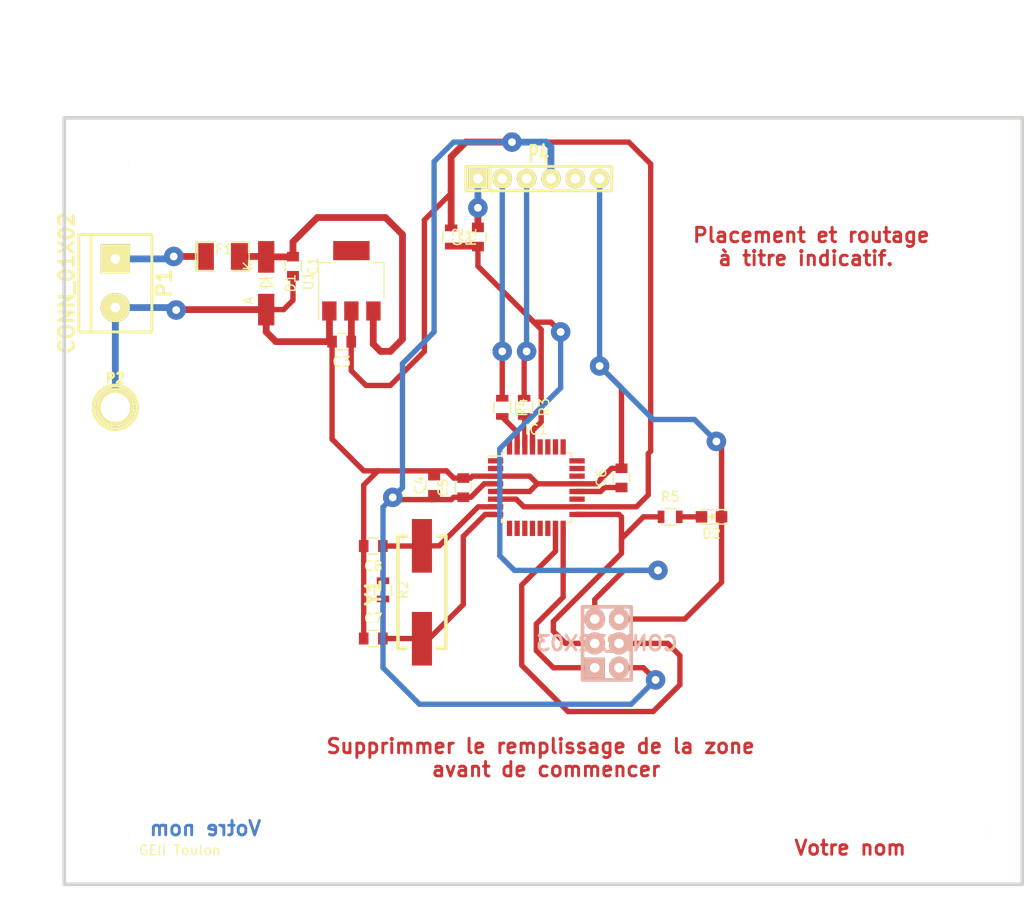
<source format=kicad_pcb>
(kicad_pcb (version 4) (host pcbnew 4.0.6)

  (general
    (links 49)
    (no_connects 0)
    (area 0 0 0 0)
    (thickness 1.6)
    (drawings 18)
    (tracks 202)
    (zones 0)
    (modules 24)
    (nets 36)
  )

  (page A4)
  (layers
    (0 F.Cu signal)
    (31 B.Cu signal)
    (32 B.Adhes user)
    (33 F.Adhes user)
    (34 B.Paste user)
    (35 F.Paste user)
    (36 B.SilkS user)
    (37 F.SilkS user)
    (38 B.Mask user)
    (39 F.Mask user)
    (40 Dwgs.User user)
    (41 Cmts.User user)
    (42 Eco1.User user)
    (43 Eco2.User user)
    (44 Edge.Cuts user)
    (45 Margin user)
    (46 B.CrtYd user)
    (47 F.CrtYd user)
    (48 B.Fab user)
    (49 F.Fab user)
  )

  (setup
    (last_trace_width 0.7112)
    (user_trace_width 0.5588)
    (trace_clearance 0.2032)
    (zone_clearance 1.016)
    (zone_45_only yes)
    (trace_min 0.2)
    (segment_width 0.2)
    (edge_width 0.15)
    (via_size 2.032)
    (via_drill 0.8128)
    (via_min_size 0.4)
    (via_min_drill 0.3)
    (uvia_size 0.3)
    (uvia_drill 0.1)
    (uvias_allowed no)
    (uvia_min_size 0)
    (uvia_min_drill 0)
    (pcb_text_width 0.3)
    (pcb_text_size 1.5 1.5)
    (mod_edge_width 0.15)
    (mod_text_size 1 1)
    (mod_text_width 0.15)
    (pad_size 1.524 1.524)
    (pad_drill 0.762)
    (pad_to_mask_clearance 0.2)
    (aux_axis_origin 0 0)
    (visible_elements 7FFFFFFF)
    (pcbplotparams
      (layerselection 0x00030_ffffffff)
      (usegerberextensions false)
      (excludeedgelayer true)
      (linewidth 0.100000)
      (plotframeref false)
      (viasonmask false)
      (mode 1)
      (useauxorigin false)
      (hpglpennumber 1)
      (hpglpenspeed 20)
      (hpglpendiameter 15)
      (hpglpenoverlay 2)
      (psnegative false)
      (psa4output false)
      (plotreference true)
      (plotvalue true)
      (plotinvisibletext false)
      (padsonsilk false)
      (subtractmaskfromsilk false)
      (outputformat 2)
      (mirror false)
      (drillshape 0)
      (scaleselection 1)
      (outputdirectory ""))
  )

  (net 0 "")
  (net 1 /MISO)
  (net 2 VCC)
  (net 3 /CLK)
  (net 4 /MOSI)
  (net 5 //RESET)
  (net 6 GND)
  (net 7 /Pwr)
  (net 8 "Net-(F1-Pad1)")
  (net 9 "Net-(D2-Pad2)")
  (net 10 /Tx)
  (net 11 "Net-(IC1-Pad31)")
  (net 12 /Rx)
  (net 13 "Net-(IC1-Pad30)")
  (net 14 /OSC1)
  (net 15 /OSC2)
  (net 16 /DTR)
  (net 17 "Net-(P4-Pad5)")
  (net 18 "Net-(IC1-Pad1)")
  (net 19 "Net-(IC1-Pad2)")
  (net 20 "Net-(IC1-Pad9)")
  (net 21 "Net-(IC1-Pad10)")
  (net 22 "Net-(IC1-Pad11)")
  (net 23 "Net-(IC1-Pad12)")
  (net 24 "Net-(IC1-Pad13)")
  (net 25 "Net-(IC1-Pad14)")
  (net 26 "Net-(IC1-Pad19)")
  (net 27 "Net-(C6-Pad1)")
  (net 28 "Net-(IC1-Pad22)")
  (net 29 "Net-(IC1-Pad23)")
  (net 30 "Net-(IC1-Pad24)")
  (net 31 "Net-(IC1-Pad25)")
  (net 32 "Net-(IC1-Pad26)")
  (net 33 "Net-(IC1-Pad27)")
  (net 34 "Net-(IC1-Pad28)")
  (net 35 "Net-(IC1-Pad32)")

  (net_class Default "This is the default net class."
    (clearance 0.2032)
    (trace_width 0.7112)
    (via_dia 2.032)
    (via_drill 0.8128)
    (uvia_dia 0.3)
    (uvia_drill 0.1)
    (add_net //RESET)
    (add_net /CLK)
    (add_net /DTR)
    (add_net /MISO)
    (add_net /MOSI)
    (add_net /OSC1)
    (add_net /OSC2)
    (add_net /Pwr)
    (add_net /Rx)
    (add_net /Tx)
    (add_net GND)
    (add_net "Net-(C6-Pad1)")
    (add_net "Net-(D2-Pad2)")
    (add_net "Net-(F1-Pad1)")
    (add_net "Net-(IC1-Pad1)")
    (add_net "Net-(IC1-Pad10)")
    (add_net "Net-(IC1-Pad11)")
    (add_net "Net-(IC1-Pad12)")
    (add_net "Net-(IC1-Pad13)")
    (add_net "Net-(IC1-Pad14)")
    (add_net "Net-(IC1-Pad19)")
    (add_net "Net-(IC1-Pad2)")
    (add_net "Net-(IC1-Pad22)")
    (add_net "Net-(IC1-Pad23)")
    (add_net "Net-(IC1-Pad24)")
    (add_net "Net-(IC1-Pad25)")
    (add_net "Net-(IC1-Pad26)")
    (add_net "Net-(IC1-Pad27)")
    (add_net "Net-(IC1-Pad28)")
    (add_net "Net-(IC1-Pad30)")
    (add_net "Net-(IC1-Pad31)")
    (add_net "Net-(IC1-Pad32)")
    (add_net "Net-(IC1-Pad9)")
    (add_net "Net-(P4-Pad5)")
    (add_net VCC)
  )

  (net_class small ""
    (clearance 0.254)
    (trace_width 0.5588)
    (via_dia 2.032)
    (via_drill 0.8128)
    (uvia_dia 0.3)
    (uvia_drill 0.1)
  )

  (module EuroBoard_Outline:EuroBoard_halb_Type-I_100mmX80mm_holes (layer F.Cu) (tedit 57377F53) (tstamp 5737557F)
    (at 106.426 136.144)
    (descr "Outline, Eurocard 1/2, Type I, 100x80mm, with holes 3,5mm")
    (tags "Outline, Eurocard 1/2, Type I, 100x80mm, with holes 3,5mm")
    (fp_text reference "GEII Toulon " (at 12.446 -3.556) (layer F.SilkS)
      (effects (font (size 1 1) (thickness 0.15)))
    )
    (fp_text value EuroBoard_halb_Type-I_100mmX80mm_holes (at 53.34 3.302) (layer F.Fab)
      (effects (font (size 1 1) (thickness 0.15)))
    )
    (fp_line (start 0 0) (end 0 -79.99984) (layer Edge.Cuts) (width 0.381))
    (fp_line (start 0 -79.99984) (end 99.9998 -79.99984) (layer Edge.Cuts) (width 0.381))
    (fp_line (start 99.9998 -79.99984) (end 99.9998 0) (layer Edge.Cuts) (width 0.381))
    (fp_line (start 99.9998 0) (end 0 0) (layer Edge.Cuts) (width 0.381))
    (pad "" np_thru_hole circle (at 5.00126 -5.00126) (size 3.50012 3.50012) (drill 3.50012) (layers *.Cu *.Mask F.SilkS))
    (pad "" np_thru_hole circle (at 5.00126 -75.00112) (size 3.50012 3.50012) (drill 3.50012) (layers *.Cu *.Mask F.SilkS))
    (pad "" np_thru_hole circle (at 95.00108 -75.00112) (size 3.50012 3.50012) (drill 3.50012) (layers *.Cu *.Mask F.SilkS))
    (pad "" np_thru_hole circle (at 95.00108 -5.00126) (size 3.50012 3.50012) (drill 3.50012) (layers *.Cu *.Mask F.SilkS))
  )

  (module SMD_Packages:SMD-1210_Pol (layer F.Cu) (tedit 0) (tstamp 573752DF)
    (at 122.936 70.612)
    (tags "CMS SM")
    (path /58E4AE37)
    (attr smd)
    (fp_text reference F1 (at 0.127 -0.762) (layer F.SilkS)
      (effects (font (size 1 1) (thickness 0.15)))
    )
    (fp_text value "It=160mA nanoASMDC016F" (at 0 0.762) (layer F.Fab)
      (effects (font (size 1 1) (thickness 0.15)))
    )
    (fp_line (start -2.794 -1.524) (end -2.794 1.524) (layer F.SilkS) (width 0.15))
    (fp_line (start 0.889 1.524) (end 2.794 1.524) (layer F.SilkS) (width 0.15))
    (fp_line (start 2.794 1.524) (end 2.794 -1.524) (layer F.SilkS) (width 0.15))
    (fp_line (start 2.794 -1.524) (end 0.889 -1.524) (layer F.SilkS) (width 0.15))
    (fp_line (start -0.762 -1.524) (end -2.794 -1.524) (layer F.SilkS) (width 0.15))
    (fp_line (start -2.594 -1.524) (end -2.594 1.524) (layer F.SilkS) (width 0.15))
    (fp_line (start -2.794 1.524) (end -0.762 1.524) (layer F.SilkS) (width 0.15))
    (pad 1 smd rect (at -1.778 0) (size 1.778 2.794) (layers F.Cu F.Paste F.Mask)
      (net 8 "Net-(F1-Pad1)"))
    (pad 2 smd rect (at 1.778 0) (size 1.778 2.794) (layers F.Cu F.Paste F.Mask)
      (net 7 /Pwr))
    (model SMD_Packages.3dshapes/SMD-1210_Pol.wrl
      (at (xyz 0 0 0))
      (scale (xyz 0.2 0.2 0.2))
      (rotate (xyz 0 0 0))
    )
  )

  (module Resistors_SMD:R_0805 (layer F.Cu) (tedit 5415CDEB) (tstamp 573752EF)
    (at 169.672 97.79)
    (descr "Resistor SMD 0805, reflow soldering, Vishay (see dcrcw.pdf)")
    (tags "resistor 0805")
    (path /57372CD8)
    (attr smd)
    (fp_text reference R5 (at 0 -2.1) (layer F.SilkS)
      (effects (font (size 1 1) (thickness 0.15)))
    )
    (fp_text value R (at 0 2.1) (layer F.Fab)
      (effects (font (size 1 1) (thickness 0.15)))
    )
    (fp_line (start -1.6 -1) (end 1.6 -1) (layer F.CrtYd) (width 0.05))
    (fp_line (start -1.6 1) (end 1.6 1) (layer F.CrtYd) (width 0.05))
    (fp_line (start -1.6 -1) (end -1.6 1) (layer F.CrtYd) (width 0.05))
    (fp_line (start 1.6 -1) (end 1.6 1) (layer F.CrtYd) (width 0.05))
    (fp_line (start 0.6 0.875) (end -0.6 0.875) (layer F.SilkS) (width 0.15))
    (fp_line (start -0.6 -0.875) (end 0.6 -0.875) (layer F.SilkS) (width 0.15))
    (pad 1 smd rect (at -0.95 0) (size 0.7 1.3) (layers F.Cu F.Paste F.Mask)
      (net 3 /CLK))
    (pad 2 smd rect (at 0.95 0) (size 0.7 1.3) (layers F.Cu F.Paste F.Mask)
      (net 9 "Net-(D2-Pad2)"))
    (model Resistors_SMD.3dshapes/R_0805.wrl
      (at (xyz 0 0 0))
      (scale (xyz 1 1 1))
      (rotate (xyz 0 0 0))
    )
  )

  (module Resistors_SMD:R_0805 (layer F.Cu) (tedit 5415CDEB) (tstamp 573752FF)
    (at 152.146 86.36 270)
    (descr "Resistor SMD 0805, reflow soldering, Vishay (see dcrcw.pdf)")
    (tags "resistor 0805")
    (path /57370F19)
    (attr smd)
    (fp_text reference R4 (at 0 -2.1 270) (layer F.SilkS)
      (effects (font (size 1 1) (thickness 0.15)))
    )
    (fp_text value 1k (at 0 2.1 270) (layer F.Fab)
      (effects (font (size 1 1) (thickness 0.15)))
    )
    (fp_line (start -1.6 -1) (end 1.6 -1) (layer F.CrtYd) (width 0.05))
    (fp_line (start -1.6 1) (end 1.6 1) (layer F.CrtYd) (width 0.05))
    (fp_line (start -1.6 -1) (end -1.6 1) (layer F.CrtYd) (width 0.05))
    (fp_line (start 1.6 -1) (end 1.6 1) (layer F.CrtYd) (width 0.05))
    (fp_line (start 0.6 0.875) (end -0.6 0.875) (layer F.SilkS) (width 0.15))
    (fp_line (start -0.6 -0.875) (end 0.6 -0.875) (layer F.SilkS) (width 0.15))
    (pad 1 smd rect (at -0.95 0 270) (size 0.7 1.3) (layers F.Cu F.Paste F.Mask)
      (net 10 /Tx))
    (pad 2 smd rect (at 0.95 0 270) (size 0.7 1.3) (layers F.Cu F.Paste F.Mask)
      (net 11 "Net-(IC1-Pad31)"))
    (model Resistors_SMD.3dshapes/R_0805.wrl
      (at (xyz 0 0 0))
      (scale (xyz 1 1 1))
      (rotate (xyz 0 0 0))
    )
  )

  (module Resistors_SMD:R_0805 (layer F.Cu) (tedit 5415CDEB) (tstamp 5737530F)
    (at 154.432 86.36 270)
    (descr "Resistor SMD 0805, reflow soldering, Vishay (see dcrcw.pdf)")
    (tags "resistor 0805")
    (path /57370BBD)
    (attr smd)
    (fp_text reference R3 (at 0 -2.1 270) (layer F.SilkS)
      (effects (font (size 1 1) (thickness 0.15)))
    )
    (fp_text value 1k (at 0 2.1 270) (layer F.Fab)
      (effects (font (size 1 1) (thickness 0.15)))
    )
    (fp_line (start -1.6 -1) (end 1.6 -1) (layer F.CrtYd) (width 0.05))
    (fp_line (start -1.6 1) (end 1.6 1) (layer F.CrtYd) (width 0.05))
    (fp_line (start -1.6 -1) (end -1.6 1) (layer F.CrtYd) (width 0.05))
    (fp_line (start 1.6 -1) (end 1.6 1) (layer F.CrtYd) (width 0.05))
    (fp_line (start 0.6 0.875) (end -0.6 0.875) (layer F.SilkS) (width 0.15))
    (fp_line (start -0.6 -0.875) (end 0.6 -0.875) (layer F.SilkS) (width 0.15))
    (pad 1 smd rect (at -0.95 0 270) (size 0.7 1.3) (layers F.Cu F.Paste F.Mask)
      (net 12 /Rx))
    (pad 2 smd rect (at 0.95 0 270) (size 0.7 1.3) (layers F.Cu F.Paste F.Mask)
      (net 13 "Net-(IC1-Pad30)"))
    (model Resistors_SMD.3dshapes/R_0805.wrl
      (at (xyz 0 0 0))
      (scale (xyz 1 1 1))
      (rotate (xyz 0 0 0))
    )
  )

  (module Resistors_SMD:R_0805 (layer F.Cu) (tedit 5415CDEB) (tstamp 5737531F)
    (at 139.7 105.41 270)
    (descr "Resistor SMD 0805, reflow soldering, Vishay (see dcrcw.pdf)")
    (tags "resistor 0805")
    (path /5736FE95)
    (attr smd)
    (fp_text reference R2 (at 0 -2.1 270) (layer F.SilkS)
      (effects (font (size 1 1) (thickness 0.15)))
    )
    (fp_text value 1M (at 0 2.1 270) (layer F.Fab)
      (effects (font (size 1 1) (thickness 0.15)))
    )
    (fp_line (start -1.6 -1) (end 1.6 -1) (layer F.CrtYd) (width 0.05))
    (fp_line (start -1.6 1) (end 1.6 1) (layer F.CrtYd) (width 0.05))
    (fp_line (start -1.6 -1) (end -1.6 1) (layer F.CrtYd) (width 0.05))
    (fp_line (start 1.6 -1) (end 1.6 1) (layer F.CrtYd) (width 0.05))
    (fp_line (start 0.6 0.875) (end -0.6 0.875) (layer F.SilkS) (width 0.15))
    (fp_line (start -0.6 -0.875) (end 0.6 -0.875) (layer F.SilkS) (width 0.15))
    (pad 1 smd rect (at -0.95 0 270) (size 0.7 1.3) (layers F.Cu F.Paste F.Mask)
      (net 14 /OSC1))
    (pad 2 smd rect (at 0.95 0 270) (size 0.7 1.3) (layers F.Cu F.Paste F.Mask)
      (net 15 /OSC2))
    (model Resistors_SMD.3dshapes/R_0805.wrl
      (at (xyz 0 0 0))
      (scale (xyz 1 1 1))
      (rotate (xyz 0 0 0))
    )
  )

  (module Resistors_SMD:R_0805 (layer F.Cu) (tedit 5415CDEB) (tstamp 5737532F)
    (at 146.812 68.58 270)
    (descr "Resistor SMD 0805, reflow soldering, Vishay (see dcrcw.pdf)")
    (tags "resistor 0805")
    (path /5736E43E)
    (attr smd)
    (fp_text reference R1 (at 0 -2.1 270) (layer F.SilkS)
      (effects (font (size 1 1) (thickness 0.15)))
    )
    (fp_text value 1k (at 0 2.1 270) (layer F.Fab)
      (effects (font (size 1 1) (thickness 0.15)))
    )
    (fp_line (start -1.6 -1) (end 1.6 -1) (layer F.CrtYd) (width 0.05))
    (fp_line (start -1.6 1) (end 1.6 1) (layer F.CrtYd) (width 0.05))
    (fp_line (start -1.6 -1) (end -1.6 1) (layer F.CrtYd) (width 0.05))
    (fp_line (start 1.6 -1) (end 1.6 1) (layer F.CrtYd) (width 0.05))
    (fp_line (start 0.6 0.875) (end -0.6 0.875) (layer F.SilkS) (width 0.15))
    (fp_line (start -0.6 -0.875) (end 0.6 -0.875) (layer F.SilkS) (width 0.15))
    (pad 1 smd rect (at -0.95 0 270) (size 0.7 1.3) (layers F.Cu F.Paste F.Mask)
      (net 2 VCC))
    (pad 2 smd rect (at 0.95 0 270) (size 0.7 1.3) (layers F.Cu F.Paste F.Mask)
      (net 5 //RESET))
    (model Resistors_SMD.3dshapes/R_0805.wrl
      (at (xyz 0 0 0))
      (scale (xyz 1 1 1))
      (rotate (xyz 0 0 0))
    )
  )

  (module LEDs:LED_0805 (layer F.Cu) (tedit 55BDE1C2) (tstamp 5737533F)
    (at 173.99 97.79 180)
    (descr "LED 0805 smd package")
    (tags "LED 0805 SMD")
    (path /58E4A842)
    (attr smd)
    (fp_text reference D2 (at 0 -1.75 180) (layer F.SilkS)
      (effects (font (size 1 1) (thickness 0.15)))
    )
    (fp_text value LED (at 0 1.75 180) (layer F.Fab)
      (effects (font (size 1 1) (thickness 0.15)))
    )
    (fp_line (start -1.6 0.75) (end 1.1 0.75) (layer F.SilkS) (width 0.15))
    (fp_line (start -1.6 -0.75) (end 1.1 -0.75) (layer F.SilkS) (width 0.15))
    (fp_line (start -0.1 0.15) (end -0.1 -0.1) (layer F.SilkS) (width 0.15))
    (fp_line (start -0.1 -0.1) (end -0.25 0.05) (layer F.SilkS) (width 0.15))
    (fp_line (start -0.35 -0.35) (end -0.35 0.35) (layer F.SilkS) (width 0.15))
    (fp_line (start 0 0) (end 0.35 0) (layer F.SilkS) (width 0.15))
    (fp_line (start -0.35 0) (end 0 -0.35) (layer F.SilkS) (width 0.15))
    (fp_line (start 0 -0.35) (end 0 0.35) (layer F.SilkS) (width 0.15))
    (fp_line (start 0 0.35) (end -0.35 0) (layer F.SilkS) (width 0.15))
    (fp_line (start 1.9 -0.95) (end 1.9 0.95) (layer F.CrtYd) (width 0.05))
    (fp_line (start 1.9 0.95) (end -1.9 0.95) (layer F.CrtYd) (width 0.05))
    (fp_line (start -1.9 0.95) (end -1.9 -0.95) (layer F.CrtYd) (width 0.05))
    (fp_line (start -1.9 -0.95) (end 1.9 -0.95) (layer F.CrtYd) (width 0.05))
    (pad 2 smd rect (at 1.04902 0) (size 1.19888 1.19888) (layers F.Cu F.Paste F.Mask)
      (net 9 "Net-(D2-Pad2)"))
    (pad 1 smd rect (at -1.04902 0) (size 1.19888 1.19888) (layers F.Cu F.Paste F.Mask)
      (net 6 GND))
    (model LEDs.3dshapes/LED_0805.wrl
      (at (xyz 0 0 0))
      (scale (xyz 1 1 1))
      (rotate (xyz 0 0 0))
    )
  )

  (module IUT-CONNECTIQUE:IUT-bornier2 (layer F.Cu) (tedit 3EC0ED69) (tstamp 5737534F)
    (at 111.76 73.406 270)
    (descr "Bornier d'alimentation 2 pins")
    (tags DEV)
    (path /5736F1DF)
    (fp_text reference P1 (at 0 -5.08 270) (layer F.SilkS)
      (effects (font (thickness 0.3048)))
    )
    (fp_text value CONN_01X02 (at 0 5.08 270) (layer F.SilkS)
      (effects (font (thickness 0.3048)))
    )
    (fp_line (start 5.08 2.54) (end -5.08 2.54) (layer F.SilkS) (width 0.3048))
    (fp_line (start 5.08 3.81) (end 5.08 -3.81) (layer F.SilkS) (width 0.3048))
    (fp_line (start 5.08 -3.81) (end -5.08 -3.81) (layer F.SilkS) (width 0.3048))
    (fp_line (start -5.08 -3.81) (end -5.08 3.81) (layer F.SilkS) (width 0.3048))
    (fp_line (start -5.08 3.81) (end 5.08 3.81) (layer F.SilkS) (width 0.3048))
    (pad 1 thru_hole rect (at -2.54 0 270) (size 3.048 3.048) (drill 1.016) (layers *.Mask B.Cu F.SilkS)
      (net 8 "Net-(F1-Pad1)"))
    (pad 2 thru_hole circle (at 2.54 0 270) (size 3.048 3.048) (drill 1.016) (layers *.Mask B.Cu F.SilkS)
      (net 6 GND))
    (model device/bornier_2.wrl
      (at (xyz 0 0 0))
      (scale (xyz 1 1 1))
      (rotate (xyz 0 0 0))
    )
  )

  (module IUT-CONNECTIQUE:IUT-SIL-6 (layer F.Cu) (tedit 200000) (tstamp 57375363)
    (at 155.956 62.484)
    (descr "Connecteur 6 pins")
    (tags "CONN DEV")
    (path /5736E2BE)
    (fp_text reference P4 (at 0 -2.54) (layer F.SilkS)
      (effects (font (size 1.72974 1.08712) (thickness 0.3048)))
    )
    (fp_text value CONN_01X06 (at 0 -2.54) (layer F.SilkS) hide
      (effects (font (size 1.524 1.016) (thickness 0.3048)))
    )
    (fp_line (start -7.62 1.27) (end -7.62 -1.27) (layer F.SilkS) (width 0.3048))
    (fp_line (start -7.62 -1.27) (end 7.62 -1.27) (layer F.SilkS) (width 0.3048))
    (fp_line (start 7.62 -1.27) (end 7.62 1.27) (layer F.SilkS) (width 0.3048))
    (fp_line (start 7.62 1.27) (end -7.62 1.27) (layer F.SilkS) (width 0.3048))
    (fp_line (start -5.08 1.27) (end -5.08 -1.27) (layer F.SilkS) (width 0.3048))
    (pad 1 thru_hole rect (at -6.35 0) (size 2.032 2.032) (drill 1.00076) (layers *.Mask B.Cu F.SilkS)
      (net 16 /DTR))
    (pad 2 thru_hole circle (at -3.81 0) (size 2.032 2.032) (drill 1.00076) (layers *.Mask B.Cu F.SilkS)
      (net 10 /Tx))
    (pad 3 thru_hole circle (at -1.27 0) (size 2.032 2.032) (drill 1.00076) (layers *.Mask B.Cu F.SilkS)
      (net 12 /Rx))
    (pad 4 thru_hole circle (at 1.27 0) (size 2.032 2.032) (drill 1.00076) (layers *.Mask B.Cu F.SilkS)
      (net 2 VCC))
    (pad 5 thru_hole circle (at 3.81 0) (size 2.032 2.032) (drill 1.00076) (layers *.Mask B.Cu F.SilkS)
      (net 17 "Net-(P4-Pad5)"))
    (pad 6 thru_hole circle (at 6.35 0) (size 2.032 2.032) (drill 1.00076) (layers *.Mask B.Cu F.SilkS)
      (net 6 GND))
  )

  (module Housings_QFP:TQFP-32_7x7mm_Pitch0.8mm (layer F.Cu) (tedit 54130A77) (tstamp 573753A6)
    (at 155.702 94.742)
    (descr "32-Lead Plastic Thin Quad Flatpack (PT) - 7x7x1.0 mm Body, 2.00 mm [TQFP] (see Microchip Packaging Specification 00000049BS.pdf)")
    (tags "QFP 0.8")
    (path /58E4BC1D)
    (attr smd)
    (fp_text reference IC1 (at 0 -6.05) (layer F.SilkS)
      (effects (font (size 1 1) (thickness 0.15)))
    )
    (fp_text value ATMEGA328P-M (at 0 6.05) (layer F.Fab)
      (effects (font (size 1 1) (thickness 0.15)))
    )
    (fp_line (start -5.3 -5.3) (end -5.3 5.3) (layer F.CrtYd) (width 0.05))
    (fp_line (start 5.3 -5.3) (end 5.3 5.3) (layer F.CrtYd) (width 0.05))
    (fp_line (start -5.3 -5.3) (end 5.3 -5.3) (layer F.CrtYd) (width 0.05))
    (fp_line (start -5.3 5.3) (end 5.3 5.3) (layer F.CrtYd) (width 0.05))
    (fp_line (start -3.625 -3.625) (end -3.625 -3.3) (layer F.SilkS) (width 0.15))
    (fp_line (start 3.625 -3.625) (end 3.625 -3.3) (layer F.SilkS) (width 0.15))
    (fp_line (start 3.625 3.625) (end 3.625 3.3) (layer F.SilkS) (width 0.15))
    (fp_line (start -3.625 3.625) (end -3.625 3.3) (layer F.SilkS) (width 0.15))
    (fp_line (start -3.625 -3.625) (end -3.3 -3.625) (layer F.SilkS) (width 0.15))
    (fp_line (start -3.625 3.625) (end -3.3 3.625) (layer F.SilkS) (width 0.15))
    (fp_line (start 3.625 3.625) (end 3.3 3.625) (layer F.SilkS) (width 0.15))
    (fp_line (start 3.625 -3.625) (end 3.3 -3.625) (layer F.SilkS) (width 0.15))
    (fp_line (start -3.625 -3.3) (end -5.05 -3.3) (layer F.SilkS) (width 0.15))
    (pad 1 smd rect (at -4.25 -2.8) (size 1.6 0.55) (layers F.Cu F.Paste F.Mask)
      (net 18 "Net-(IC1-Pad1)"))
    (pad 2 smd rect (at -4.25 -2) (size 1.6 0.55) (layers F.Cu F.Paste F.Mask)
      (net 19 "Net-(IC1-Pad2)"))
    (pad 3 smd rect (at -4.25 -1.2) (size 1.6 0.55) (layers F.Cu F.Paste F.Mask)
      (net 6 GND))
    (pad 4 smd rect (at -4.25 -0.4) (size 1.6 0.55) (layers F.Cu F.Paste F.Mask)
      (net 2 VCC))
    (pad 5 smd rect (at -4.25 0.4) (size 1.6 0.55) (layers F.Cu F.Paste F.Mask)
      (net 6 GND))
    (pad 6 smd rect (at -4.25 1.2) (size 1.6 0.55) (layers F.Cu F.Paste F.Mask)
      (net 2 VCC))
    (pad 7 smd rect (at -4.25 2) (size 1.6 0.55) (layers F.Cu F.Paste F.Mask)
      (net 14 /OSC1))
    (pad 8 smd rect (at -4.25 2.8) (size 1.6 0.55) (layers F.Cu F.Paste F.Mask)
      (net 15 /OSC2))
    (pad 9 smd rect (at -2.8 4.25 90) (size 1.6 0.55) (layers F.Cu F.Paste F.Mask)
      (net 20 "Net-(IC1-Pad9)"))
    (pad 10 smd rect (at -2 4.25 90) (size 1.6 0.55) (layers F.Cu F.Paste F.Mask)
      (net 21 "Net-(IC1-Pad10)"))
    (pad 11 smd rect (at -1.2 4.25 90) (size 1.6 0.55) (layers F.Cu F.Paste F.Mask)
      (net 22 "Net-(IC1-Pad11)"))
    (pad 12 smd rect (at -0.4 4.25 90) (size 1.6 0.55) (layers F.Cu F.Paste F.Mask)
      (net 23 "Net-(IC1-Pad12)"))
    (pad 13 smd rect (at 0.4 4.25 90) (size 1.6 0.55) (layers F.Cu F.Paste F.Mask)
      (net 24 "Net-(IC1-Pad13)"))
    (pad 14 smd rect (at 1.2 4.25 90) (size 1.6 0.55) (layers F.Cu F.Paste F.Mask)
      (net 25 "Net-(IC1-Pad14)"))
    (pad 15 smd rect (at 2 4.25 90) (size 1.6 0.55) (layers F.Cu F.Paste F.Mask)
      (net 4 /MOSI))
    (pad 16 smd rect (at 2.8 4.25 90) (size 1.6 0.55) (layers F.Cu F.Paste F.Mask)
      (net 1 /MISO))
    (pad 17 smd rect (at 4.25 2.8) (size 1.6 0.55) (layers F.Cu F.Paste F.Mask)
      (net 3 /CLK))
    (pad 18 smd rect (at 4.25 2) (size 1.6 0.55) (layers F.Cu F.Paste F.Mask)
      (net 2 VCC))
    (pad 19 smd rect (at 4.25 1.2) (size 1.6 0.55) (layers F.Cu F.Paste F.Mask)
      (net 26 "Net-(IC1-Pad19)"))
    (pad 20 smd rect (at 4.25 0.4) (size 1.6 0.55) (layers F.Cu F.Paste F.Mask)
      (net 27 "Net-(C6-Pad1)"))
    (pad 21 smd rect (at 4.25 -0.4) (size 1.6 0.55) (layers F.Cu F.Paste F.Mask)
      (net 6 GND))
    (pad 22 smd rect (at 4.25 -1.2) (size 1.6 0.55) (layers F.Cu F.Paste F.Mask)
      (net 28 "Net-(IC1-Pad22)"))
    (pad 23 smd rect (at 4.25 -2) (size 1.6 0.55) (layers F.Cu F.Paste F.Mask)
      (net 29 "Net-(IC1-Pad23)"))
    (pad 24 smd rect (at 4.25 -2.8) (size 1.6 0.55) (layers F.Cu F.Paste F.Mask)
      (net 30 "Net-(IC1-Pad24)"))
    (pad 25 smd rect (at 2.8 -4.25 90) (size 1.6 0.55) (layers F.Cu F.Paste F.Mask)
      (net 31 "Net-(IC1-Pad25)"))
    (pad 26 smd rect (at 2 -4.25 90) (size 1.6 0.55) (layers F.Cu F.Paste F.Mask)
      (net 32 "Net-(IC1-Pad26)"))
    (pad 27 smd rect (at 1.2 -4.25 90) (size 1.6 0.55) (layers F.Cu F.Paste F.Mask)
      (net 33 "Net-(IC1-Pad27)"))
    (pad 28 smd rect (at 0.4 -4.25 90) (size 1.6 0.55) (layers F.Cu F.Paste F.Mask)
      (net 34 "Net-(IC1-Pad28)"))
    (pad 29 smd rect (at -0.4 -4.25 90) (size 1.6 0.55) (layers F.Cu F.Paste F.Mask)
      (net 5 //RESET))
    (pad 30 smd rect (at -1.2 -4.25 90) (size 1.6 0.55) (layers F.Cu F.Paste F.Mask)
      (net 13 "Net-(IC1-Pad30)"))
    (pad 31 smd rect (at -2 -4.25 90) (size 1.6 0.55) (layers F.Cu F.Paste F.Mask)
      (net 11 "Net-(IC1-Pad31)"))
    (pad 32 smd rect (at -2.8 -4.25 90) (size 1.6 0.55) (layers F.Cu F.Paste F.Mask)
      (net 35 "Net-(IC1-Pad32)"))
    (model Housings_QFP.3dshapes/TQFP-32_7x7mm_Pitch0.8mm.wrl
      (at (xyz 0 0 0))
      (scale (xyz 1 1 1))
      (rotate (xyz 0 0 0))
    )
  )

  (module Diodes_SMD:MiniMELF_Handsoldering (layer F.Cu) (tedit 5530FDE5) (tstamp 573753F2)
    (at 127.508 73.406 270)
    (descr "Diode Mini-MELF Handsoldering")
    (tags "Diode Mini-MELF Handsoldering")
    (path /5736EBF7)
    (attr smd)
    (fp_text reference D1 (at 0 -2.54 270) (layer F.SilkS)
      (effects (font (size 1 1) (thickness 0.15)))
    )
    (fp_text value MBR140 (at 0 3.81 270) (layer F.Fab)
      (effects (font (size 1 1) (thickness 0.15)))
    )
    (fp_line (start -4.55 -1) (end 4.55 -1) (layer F.CrtYd) (width 0.05))
    (fp_line (start 4.55 -1) (end 4.55 1) (layer F.CrtYd) (width 0.05))
    (fp_line (start 4.55 1) (end -4.55 1) (layer F.CrtYd) (width 0.05))
    (fp_line (start -4.55 1) (end -4.55 -1) (layer F.CrtYd) (width 0.05))
    (fp_line (start -0.49958 0) (end -0.64944 0) (layer F.SilkS) (width 0.15))
    (fp_line (start 0.34878 0) (end 0.54944 0) (layer F.SilkS) (width 0.15))
    (fp_line (start -0.49958 0) (end -0.49958 0.7493) (layer F.SilkS) (width 0.15))
    (fp_line (start -0.49958 0) (end -0.49958 -0.70104) (layer F.SilkS) (width 0.15))
    (fp_line (start -0.49958 0) (end 0.34878 -0.70104) (layer F.SilkS) (width 0.15))
    (fp_line (start 0.34878 -0.70104) (end 0.34878 0.70104) (layer F.SilkS) (width 0.15))
    (fp_line (start 0.34878 0.70104) (end -0.49958 0) (layer F.SilkS) (width 0.15))
    (fp_text user K (at -1.8 1.85 270) (layer F.SilkS)
      (effects (font (size 1 1) (thickness 0.15)))
    )
    (fp_text user A (at 1.8 1.85 270) (layer F.SilkS)
      (effects (font (size 1 1) (thickness 0.15)))
    )
    (pad 1 smd rect (at -2.75082 0 270) (size 3.29946 1.69926) (layers F.Cu F.Paste F.Mask)
      (net 7 /Pwr))
    (pad 2 smd rect (at 2.75082 0 270) (size 3.29946 1.69926) (layers F.Cu F.Paste F.Mask)
      (net 6 GND))
    (model Diodes_SMD.3dshapes/MiniMELF_Handsoldering.wrl
      (at (xyz 0 0 0))
      (scale (xyz 0.3937 0.3937 0.3937))
      (rotate (xyz 0 0 180))
    )
  )

  (module Capacitors_SMD:C_0805 (layer F.Cu) (tedit 5415D6EA) (tstamp 57375432)
    (at 138.684 100.838 180)
    (descr "Capacitor SMD 0805, reflow soldering, AVX (see smccp.pdf)")
    (tags "capacitor 0805")
    (path /5737025C)
    (attr smd)
    (fp_text reference C8 (at 0 -2.1 180) (layer F.SilkS)
      (effects (font (size 1 1) (thickness 0.15)))
    )
    (fp_text value 18p (at 0 2.1 180) (layer F.Fab)
      (effects (font (size 1 1) (thickness 0.15)))
    )
    (fp_line (start -1.8 -1) (end 1.8 -1) (layer F.CrtYd) (width 0.05))
    (fp_line (start -1.8 1) (end 1.8 1) (layer F.CrtYd) (width 0.05))
    (fp_line (start -1.8 -1) (end -1.8 1) (layer F.CrtYd) (width 0.05))
    (fp_line (start 1.8 -1) (end 1.8 1) (layer F.CrtYd) (width 0.05))
    (fp_line (start 0.5 -0.85) (end -0.5 -0.85) (layer F.SilkS) (width 0.15))
    (fp_line (start -0.5 0.85) (end 0.5 0.85) (layer F.SilkS) (width 0.15))
    (pad 1 smd rect (at -1 0 180) (size 1 1.25) (layers F.Cu F.Paste F.Mask)
      (net 14 /OSC1))
    (pad 2 smd rect (at 1 0 180) (size 1 1.25) (layers F.Cu F.Paste F.Mask)
      (net 6 GND))
    (model Capacitors_SMD.3dshapes/C_0805.wrl
      (at (xyz 0 0 0))
      (scale (xyz 1 1 1))
      (rotate (xyz 0 0 0))
    )
  )

  (module Capacitors_SMD:C_0805 (layer F.Cu) (tedit 5415D6EA) (tstamp 57375442)
    (at 138.684 110.49)
    (descr "Capacitor SMD 0805, reflow soldering, AVX (see smccp.pdf)")
    (tags "capacitor 0805")
    (path /5737030F)
    (attr smd)
    (fp_text reference C7 (at 0 -2.1) (layer F.SilkS)
      (effects (font (size 1 1) (thickness 0.15)))
    )
    (fp_text value 18p (at 0 2.1) (layer F.Fab)
      (effects (font (size 1 1) (thickness 0.15)))
    )
    (fp_line (start -1.8 -1) (end 1.8 -1) (layer F.CrtYd) (width 0.05))
    (fp_line (start -1.8 1) (end 1.8 1) (layer F.CrtYd) (width 0.05))
    (fp_line (start -1.8 -1) (end -1.8 1) (layer F.CrtYd) (width 0.05))
    (fp_line (start 1.8 -1) (end 1.8 1) (layer F.CrtYd) (width 0.05))
    (fp_line (start 0.5 -0.85) (end -0.5 -0.85) (layer F.SilkS) (width 0.15))
    (fp_line (start -0.5 0.85) (end 0.5 0.85) (layer F.SilkS) (width 0.15))
    (pad 1 smd rect (at -1 0) (size 1 1.25) (layers F.Cu F.Paste F.Mask)
      (net 6 GND))
    (pad 2 smd rect (at 1 0) (size 1 1.25) (layers F.Cu F.Paste F.Mask)
      (net 15 /OSC2))
    (model Capacitors_SMD.3dshapes/C_0805.wrl
      (at (xyz 0 0 0))
      (scale (xyz 1 1 1))
      (rotate (xyz 0 0 0))
    )
  )

  (module Capacitors_SMD:C_0805 (layer F.Cu) (tedit 5415D6EA) (tstamp 57375452)
    (at 164.592 93.726 90)
    (descr "Capacitor SMD 0805, reflow soldering, AVX (see smccp.pdf)")
    (tags "capacitor 0805")
    (path /5736F818)
    (attr smd)
    (fp_text reference C6 (at 0 -2.1 90) (layer F.SilkS)
      (effects (font (size 1 1) (thickness 0.15)))
    )
    (fp_text value 100n (at 0 2.1 90) (layer F.Fab)
      (effects (font (size 1 1) (thickness 0.15)))
    )
    (fp_line (start -1.8 -1) (end 1.8 -1) (layer F.CrtYd) (width 0.05))
    (fp_line (start -1.8 1) (end 1.8 1) (layer F.CrtYd) (width 0.05))
    (fp_line (start -1.8 -1) (end -1.8 1) (layer F.CrtYd) (width 0.05))
    (fp_line (start 1.8 -1) (end 1.8 1) (layer F.CrtYd) (width 0.05))
    (fp_line (start 0.5 -0.85) (end -0.5 -0.85) (layer F.SilkS) (width 0.15))
    (fp_line (start -0.5 0.85) (end 0.5 0.85) (layer F.SilkS) (width 0.15))
    (pad 1 smd rect (at -1 0 90) (size 1 1.25) (layers F.Cu F.Paste F.Mask)
      (net 27 "Net-(C6-Pad1)"))
    (pad 2 smd rect (at 1 0 90) (size 1 1.25) (layers F.Cu F.Paste F.Mask)
      (net 6 GND))
    (model Capacitors_SMD.3dshapes/C_0805.wrl
      (at (xyz 0 0 0))
      (scale (xyz 1 1 1))
      (rotate (xyz 0 0 0))
    )
  )

  (module Capacitors_SMD:C_0805 (layer F.Cu) (tedit 5415D6EA) (tstamp 57375462)
    (at 148.082 94.742 90)
    (descr "Capacitor SMD 0805, reflow soldering, AVX (see smccp.pdf)")
    (tags "capacitor 0805")
    (path /5736F70F)
    (attr smd)
    (fp_text reference C5 (at 0 -2.1 90) (layer F.SilkS)
      (effects (font (size 1 1) (thickness 0.15)))
    )
    (fp_text value 100n (at 0 2.1 90) (layer F.Fab)
      (effects (font (size 1 1) (thickness 0.15)))
    )
    (fp_line (start -1.8 -1) (end 1.8 -1) (layer F.CrtYd) (width 0.05))
    (fp_line (start -1.8 1) (end 1.8 1) (layer F.CrtYd) (width 0.05))
    (fp_line (start -1.8 -1) (end -1.8 1) (layer F.CrtYd) (width 0.05))
    (fp_line (start 1.8 -1) (end 1.8 1) (layer F.CrtYd) (width 0.05))
    (fp_line (start 0.5 -0.85) (end -0.5 -0.85) (layer F.SilkS) (width 0.15))
    (fp_line (start -0.5 0.85) (end 0.5 0.85) (layer F.SilkS) (width 0.15))
    (pad 1 smd rect (at -1 0 90) (size 1 1.25) (layers F.Cu F.Paste F.Mask)
      (net 2 VCC))
    (pad 2 smd rect (at 1 0 90) (size 1 1.25) (layers F.Cu F.Paste F.Mask)
      (net 6 GND))
    (model Capacitors_SMD.3dshapes/C_0805.wrl
      (at (xyz 0 0 0))
      (scale (xyz 1 1 1))
      (rotate (xyz 0 0 0))
    )
  )

  (module Capacitors_SMD:C_0805 (layer F.Cu) (tedit 5415D6EA) (tstamp 57375472)
    (at 149.606 68.58 90)
    (descr "Capacitor SMD 0805, reflow soldering, AVX (see smccp.pdf)")
    (tags "capacitor 0805")
    (path /5736E3B9)
    (attr smd)
    (fp_text reference C2 (at 0 -2.1 90) (layer F.SilkS)
      (effects (font (size 1 1) (thickness 0.15)))
    )
    (fp_text value 100n (at 0 2.1 90) (layer F.Fab)
      (effects (font (size 1 1) (thickness 0.15)))
    )
    (fp_line (start -1.8 -1) (end 1.8 -1) (layer F.CrtYd) (width 0.05))
    (fp_line (start -1.8 1) (end 1.8 1) (layer F.CrtYd) (width 0.05))
    (fp_line (start -1.8 -1) (end -1.8 1) (layer F.CrtYd) (width 0.05))
    (fp_line (start 1.8 -1) (end 1.8 1) (layer F.CrtYd) (width 0.05))
    (fp_line (start 0.5 -0.85) (end -0.5 -0.85) (layer F.SilkS) (width 0.15))
    (fp_line (start -0.5 0.85) (end 0.5 0.85) (layer F.SilkS) (width 0.15))
    (pad 1 smd rect (at -1 0 90) (size 1 1.25) (layers F.Cu F.Paste F.Mask)
      (net 5 //RESET))
    (pad 2 smd rect (at 1 0 90) (size 1 1.25) (layers F.Cu F.Paste F.Mask)
      (net 16 /DTR))
    (model Capacitors_SMD.3dshapes/C_0805.wrl
      (at (xyz 0 0 0))
      (scale (xyz 1 1 1))
      (rotate (xyz 0 0 0))
    )
  )

  (module Capacitors_SMD:C_0805 (layer F.Cu) (tedit 5415D6EA) (tstamp 57375482)
    (at 130.302 71.628 270)
    (descr "Capacitor SMD 0805, reflow soldering, AVX (see smccp.pdf)")
    (tags "capacitor 0805")
    (path /5736EFEB)
    (attr smd)
    (fp_text reference C1 (at 0 -2.1 270) (layer F.SilkS)
      (effects (font (size 1 1) (thickness 0.15)))
    )
    (fp_text value 100n (at 0 2.1 270) (layer F.Fab)
      (effects (font (size 1 1) (thickness 0.15)))
    )
    (fp_line (start -1.8 -1) (end 1.8 -1) (layer F.CrtYd) (width 0.05))
    (fp_line (start -1.8 1) (end 1.8 1) (layer F.CrtYd) (width 0.05))
    (fp_line (start -1.8 -1) (end -1.8 1) (layer F.CrtYd) (width 0.05))
    (fp_line (start 1.8 -1) (end 1.8 1) (layer F.CrtYd) (width 0.05))
    (fp_line (start 0.5 -0.85) (end -0.5 -0.85) (layer F.SilkS) (width 0.15))
    (fp_line (start -0.5 0.85) (end 0.5 0.85) (layer F.SilkS) (width 0.15))
    (pad 1 smd rect (at -1 0 270) (size 1 1.25) (layers F.Cu F.Paste F.Mask)
      (net 7 /Pwr))
    (pad 2 smd rect (at 1 0 270) (size 1 1.25) (layers F.Cu F.Paste F.Mask)
      (net 6 GND))
    (model Capacitors_SMD.3dshapes/C_0805.wrl
      (at (xyz 0 0 0))
      (scale (xyz 1 1 1))
      (rotate (xyz 0 0 0))
    )
  )

  (module Capacitors_SMD:C_0805 (layer F.Cu) (tedit 5415D6EA) (tstamp 5737548D)
    (at 135.382 79.502 180)
    (descr "Capacitor SMD 0805, reflow soldering, AVX (see smccp.pdf)")
    (tags "capacitor 0805")
    (path /5736F06D)
    (attr smd)
    (fp_text reference C3 (at 0 -2.1 180) (layer F.SilkS)
      (effects (font (size 1 1) (thickness 0.15)))
    )
    (fp_text value 10u/16V (at 0 2.1 180) (layer F.Fab)
      (effects (font (size 1 1) (thickness 0.15)))
    )
    (fp_line (start -1.8 -1) (end 1.8 -1) (layer F.CrtYd) (width 0.05))
    (fp_line (start -1.8 1) (end 1.8 1) (layer F.CrtYd) (width 0.05))
    (fp_line (start -1.8 -1) (end -1.8 1) (layer F.CrtYd) (width 0.05))
    (fp_line (start 1.8 -1) (end 1.8 1) (layer F.CrtYd) (width 0.05))
    (fp_line (start 0.5 -0.85) (end -0.5 -0.85) (layer F.SilkS) (width 0.15))
    (fp_line (start -0.5 0.85) (end 0.5 0.85) (layer F.SilkS) (width 0.15))
    (pad 1 smd rect (at -1 0 180) (size 1 1.25) (layers F.Cu F.Paste F.Mask)
      (net 2 VCC))
    (pad 2 smd rect (at 1 0 180) (size 1 1.25) (layers F.Cu F.Paste F.Mask)
      (net 6 GND))
    (model Capacitors_SMD.3dshapes/C_0805.wrl
      (at (xyz 0 0 0))
      (scale (xyz 1 1 1))
      (rotate (xyz 0 0 0))
    )
  )

  (module IUT-CONNECTIQUE:IUT-1pin (layer F.Cu) (tedit 200000) (tstamp 58E4C0E1)
    (at 111.76 86.36)
    (descr "module 1 pin (ou trou mecanique de percage)")
    (tags DEV)
    (path /58E4A1F3)
    (fp_text reference P2 (at 0 -3.048) (layer F.SilkS)
      (effects (font (size 1.016 1.016) (thickness 0.254)))
    )
    (fp_text value CONN_01X01 (at 0 2.794) (layer F.SilkS) hide
      (effects (font (size 1.016 1.016) (thickness 0.254)))
    )
    (fp_circle (center 0 0) (end 0 -2.286) (layer F.SilkS) (width 0.381))
    (pad 1 thru_hole circle (at 0 0) (size 4.064 4.064) (drill 3.048) (layers *.Cu *.Mask F.SilkS)
      (net 6 GND))
  )

  (module IUT-CONNECTIQUE:IUT-conn_3x2 (layer B.Cu) (tedit 555ADBDF) (tstamp 58E4C0E5)
    (at 163.068 110.998)
    (path /5736E846)
    (fp_text reference P3 (at 0 0) (layer B.SilkS)
      (effects (font (thickness 0.3048)) (justify mirror))
    )
    (fp_text value CONN_02X03 (at 0 0) (layer B.SilkS)
      (effects (font (thickness 0.3048)) (justify mirror))
    )
    (fp_line (start -2.54 3.81) (end 2.54 3.81) (layer B.SilkS) (width 0.381))
    (fp_line (start 2.54 3.81) (end 2.54 -3.81) (layer B.SilkS) (width 0.381))
    (fp_line (start 2.54 -3.81) (end -2.54 -3.81) (layer B.SilkS) (width 0.381))
    (fp_line (start -2.54 -3.81) (end -2.54 3.81) (layer B.SilkS) (width 0.381))
    (pad 1 thru_hole rect (at -1.27 2.54) (size 2.1 2.1) (drill 1.0008) (layers F.Cu B.SilkS F.Mask)
      (net 1 /MISO))
    (pad 2 thru_hole oval (at 1.27 2.54) (size 2.1 2.3) (drill 1.0008) (layers F.Cu B.SilkS F.Mask)
      (net 2 VCC))
    (pad 3 thru_hole oval (at -1.27 0) (size 2.1 2.3) (drill 1.0008) (layers F.Cu B.SilkS F.Mask)
      (net 3 /CLK))
    (pad 4 thru_hole oval (at 1.27 0) (size 2.1 2.3) (drill 1.0008) (layers F.Cu B.SilkS F.Mask)
      (net 4 /MOSI))
    (pad 5 thru_hole oval (at -1.27 -2.54) (size 2.1 2.3) (drill 1.0008) (layers F.Cu B.SilkS F.Mask)
      (net 5 //RESET))
    (pad 6 thru_hole oval (at 1.27 -2.54) (size 2.1 2.3) (drill 1.0008) (layers F.Cu B.SilkS F.Mask)
      (net 6 GND))
  )

  (module TO_SOT_Packages_SMD:SOT-223 (layer F.Cu) (tedit 5883B228) (tstamp 58E4C0EE)
    (at 136.398 73.152 90)
    (descr "module CMS SOT223 4 pins")
    (tags "CMS SOT")
    (path /58E4BD23)
    (attr smd)
    (fp_text reference U1 (at 0 -4.5 90) (layer F.SilkS)
      (effects (font (size 1 1) (thickness 0.15)))
    )
    (fp_text value LD1117S33CTR (at 0 4.5 90) (layer F.Fab)
      (effects (font (size 1 1) (thickness 0.15)))
    )
    (fp_line (start -1.85 -2.3) (end -0.8 -3.35) (layer F.Fab) (width 0.1))
    (fp_line (start 1.91 3.41) (end 1.91 2.15) (layer F.SilkS) (width 0.12))
    (fp_line (start 1.91 -3.41) (end 1.91 -2.15) (layer F.SilkS) (width 0.12))
    (fp_line (start 4.4 -3.6) (end -4.4 -3.6) (layer F.CrtYd) (width 0.05))
    (fp_line (start 4.4 3.6) (end 4.4 -3.6) (layer F.CrtYd) (width 0.05))
    (fp_line (start -4.4 3.6) (end 4.4 3.6) (layer F.CrtYd) (width 0.05))
    (fp_line (start -4.4 -3.6) (end -4.4 3.6) (layer F.CrtYd) (width 0.05))
    (fp_line (start -1.85 -2.3) (end -1.85 3.35) (layer F.Fab) (width 0.1))
    (fp_line (start -1.85 3.41) (end 1.91 3.41) (layer F.SilkS) (width 0.12))
    (fp_line (start -0.8 -3.35) (end 1.85 -3.35) (layer F.Fab) (width 0.1))
    (fp_line (start -4.1 -3.41) (end 1.91 -3.41) (layer F.SilkS) (width 0.12))
    (fp_line (start -1.85 3.35) (end 1.85 3.35) (layer F.Fab) (width 0.1))
    (fp_line (start 1.85 -3.35) (end 1.85 3.35) (layer F.Fab) (width 0.1))
    (pad 4 smd rect (at 3.15 0 90) (size 2 3.8) (layers F.Cu F.Paste F.Mask))
    (pad 2 smd rect (at -3.15 0 90) (size 2 1.5) (layers F.Cu F.Paste F.Mask)
      (net 2 VCC))
    (pad 3 smd rect (at -3.15 2.3 90) (size 2 1.5) (layers F.Cu F.Paste F.Mask)
      (net 7 /Pwr))
    (pad 1 smd rect (at -3.15 -2.3 90) (size 2 1.5) (layers F.Cu F.Paste F.Mask)
      (net 6 GND))
    (model TO_SOT_Packages_SMD.3dshapes/SOT-223.wrl
      (at (xyz 0 0 0))
      (scale (xyz 0.4 0.4 0.4))
      (rotate (xyz 0 0 90))
    )
  )

  (module IUT-CRYSTAL:IUT-Crystal_HC49-SD_SMD_RevA_09Aug2010 (layer F.Cu) (tedit 4C603ED2) (tstamp 58E4C0F5)
    (at 143.764 105.664 90)
    (descr "Crystal, Quarz, HC49-SD, SMD,")
    (tags "Crystal, Quarz, HC49-SD, SMD,")
    (path /5736FC0F)
    (attr smd)
    (fp_text reference Y1 (at 0 -5.08 90) (layer F.SilkS)
      (effects (font (thickness 0.3048)))
    )
    (fp_text value 16M (at 2.54 5.08 90) (layer F.SilkS) hide
      (effects (font (thickness 0.3048)))
    )
    (fp_line (start -5.8496 2.4994) (end 5.8496 2.4994) (layer F.SilkS) (width 0.381))
    (fp_line (start 5.8496 -2.4994) (end -5.8496 -2.4994) (layer F.SilkS) (width 0.381))
    (fp_line (start 5.8496 2.4994) (end 5.8496 1.651) (layer F.SilkS) (width 0.381))
    (fp_line (start 5.8496 -2.4994) (end 5.8496 -1.651) (layer F.SilkS) (width 0.381))
    (fp_line (start -5.8496 2.4994) (end -5.8496 1.651) (layer F.SilkS) (width 0.381))
    (fp_line (start -5.8496 -2.4994) (end -5.8496 -1.651) (layer F.SilkS) (width 0.381))
    (pad 1 smd rect (at -4.8489 0 90) (size 5.6007 2.1006) (layers F.Cu F.Paste F.Mask)
      (net 15 /OSC2))
    (pad 2 smd rect (at 4.8489 0 90) (size 5.6007 2.1006) (layers F.Cu F.Paste F.Mask)
      (net 14 /OSC1))
  )

  (module Capacitors_SMD:C_0805 (layer F.Cu) (tedit 58AA8463) (tstamp 58E4C214)
    (at 145.034 94.488 90)
    (descr "Capacitor SMD 0805, reflow soldering, AVX (see smccp.pdf)")
    (tags "capacitor 0805")
    (path /5736F769)
    (attr smd)
    (fp_text reference C4 (at 0 -1.5 90) (layer F.SilkS)
      (effects (font (size 1 1) (thickness 0.15)))
    )
    (fp_text value 10u (at 0 1.75 90) (layer F.Fab)
      (effects (font (size 1 1) (thickness 0.15)))
    )
    (fp_text user %R (at 0 -1.5 90) (layer F.Fab)
      (effects (font (size 1 1) (thickness 0.15)))
    )
    (fp_line (start -1 0.62) (end -1 -0.62) (layer F.Fab) (width 0.1))
    (fp_line (start 1 0.62) (end -1 0.62) (layer F.Fab) (width 0.1))
    (fp_line (start 1 -0.62) (end 1 0.62) (layer F.Fab) (width 0.1))
    (fp_line (start -1 -0.62) (end 1 -0.62) (layer F.Fab) (width 0.1))
    (fp_line (start 0.5 -0.85) (end -0.5 -0.85) (layer F.SilkS) (width 0.12))
    (fp_line (start -0.5 0.85) (end 0.5 0.85) (layer F.SilkS) (width 0.12))
    (fp_line (start -1.75 -0.88) (end 1.75 -0.88) (layer F.CrtYd) (width 0.05))
    (fp_line (start -1.75 -0.88) (end -1.75 0.87) (layer F.CrtYd) (width 0.05))
    (fp_line (start 1.75 0.87) (end 1.75 -0.88) (layer F.CrtYd) (width 0.05))
    (fp_line (start 1.75 0.87) (end -1.75 0.87) (layer F.CrtYd) (width 0.05))
    (pad 1 smd rect (at -1 0 90) (size 1 1.25) (layers F.Cu F.Paste F.Mask)
      (net 2 VCC))
    (pad 2 smd rect (at 1 0 90) (size 1 1.25) (layers F.Cu F.Paste F.Mask)
      (net 6 GND))
    (model Capacitors_SMD.3dshapes/C_0805.wrl
      (at (xyz 0 0 0))
      (scale (xyz 1 1 1))
      (rotate (xyz 0 0 0))
    )
  )

  (gr_line (start 104.14 54.356) (end 104.14 49.276) (angle 90) (layer Cmts.User) (width 0.2))
  (gr_line (start 152.146 54.356) (end 104.14 54.356) (angle 90) (layer Cmts.User) (width 0.2))
  (gr_line (start 152.146 43.942) (end 152.146 54.356) (angle 90) (layer Cmts.User) (width 0.2))
  (gr_line (start 104.14 43.942) (end 152.146 43.942) (angle 90) (layer Cmts.User) (width 0.2))
  (gr_line (start 104.14 49.022) (end 104.14 43.942) (angle 90) (layer Cmts.User) (width 0.2))
  (gr_line (start 103.886 49.022) (end 104.14 49.022) (angle 90) (layer Cmts.User) (width 0.2))
  (gr_line (start 99.822 49.022) (end 103.886 49.022) (angle 90) (layer Cmts.User) (width 0.2))
  (gr_line (start 99.822 103.124) (end 99.822 49.022) (angle 90) (layer Cmts.User) (width 0.2))
  (gr_line (start 135.382 103.124) (end 99.822 103.124) (angle 90) (layer Cmts.User) (width 0.2))
  (gr_text "Votre nom" (at 121.158 130.302) (layer B.Cu)
    (effects (font (size 1.5 1.5) (thickness 0.3)) (justify mirror))
  )
  (gr_text "Votre nom" (at 188.468 132.334) (layer F.Cu)
    (effects (font (size 1.5 1.5) (thickness 0.3)))
  )
  (gr_text "Le quartz et les condensateurs associés\ndoivent rester assez près du micro.\nLe condensateurs de découplage aussi" (at 128.016 48.768) (layer Dwgs.User)
    (effects (font (size 1.5 1.5) (thickness 0.3)))
  )
  (gr_line (start 135.636 114.554) (end 135.636 90.678) (angle 90) (layer Cmts.User) (width 0.2))
  (gr_line (start 151.892 114.554) (end 135.636 114.554) (angle 90) (layer Cmts.User) (width 0.2))
  (gr_line (start 151.892 90.678) (end 151.892 114.554) (angle 90) (layer Cmts.User) (width 0.2))
  (gr_line (start 135.128 90.678) (end 151.892 90.678) (angle 90) (layer Cmts.User) (width 0.2))
  (gr_text "Placement et routage\nà titre indicatif. " (at 184.404 69.596) (layer F.Cu)
    (effects (font (size 1.5 1.5) (thickness 0.3)))
  )
  (gr_text "Supprimmer le remplissage de la zone \navant de commencer" (at 156.718 122.936) (layer F.Cu)
    (effects (font (size 1.5 1.5) (thickness 0.3)))
  )

  (segment (start 158.502 98.992) (end 158.502 106.166) (width 0.5588) (layer F.Cu) (net 1))
  (segment (start 157.48 113.538) (end 161.798 113.538) (width 0.5588) (layer F.Cu) (net 1) (tstamp 57375946))
  (segment (start 155.702 111.76) (end 157.48 113.538) (width 0.5588) (layer F.Cu) (net 1) (tstamp 57375944))
  (segment (start 155.702 108.966) (end 155.702 111.76) (width 0.5588) (layer F.Cu) (net 1) (tstamp 57375942))
  (segment (start 158.502 106.166) (end 155.702 108.966) (width 0.5588) (layer F.Cu) (net 1) (tstamp 5737593C))
  (segment (start 164.338 113.538) (end 166.878 113.538) (width 0.5588) (layer F.Cu) (net 2))
  (segment (start 139.7 96.774) (end 140.716 95.758) (width 0.5588) (layer B.Cu) (net 2) (tstamp 57375A13))
  (segment (start 139.7 113.538) (end 139.7 96.774) (width 0.5588) (layer B.Cu) (net 2) (tstamp 57375A11))
  (segment (start 143.51 117.348) (end 139.7 113.538) (width 0.5588) (layer B.Cu) (net 2) (tstamp 57375A0F))
  (segment (start 165.608 117.348) (end 143.51 117.348) (width 0.5588) (layer B.Cu) (net 2) (tstamp 57375A0A))
  (segment (start 168.148 114.808) (end 165.608 117.348) (width 0.5588) (layer B.Cu) (net 2) (tstamp 57375A09))
  (via (at 168.148 114.808) (size 2.032) (drill 0.8128) (layers F.Cu B.Cu) (net 2))
  (segment (start 166.878 113.538) (end 168.148 114.808) (width 0.5588) (layer F.Cu) (net 2) (tstamp 57375A00))
  (segment (start 159.952 96.742) (end 166.148 96.742) (width 0.5588) (layer F.Cu) (net 2))
  (segment (start 165.354 58.674) (end 153.162 58.674) (width 0.5588) (layer F.Cu) (net 2) (tstamp 573759CB))
  (segment (start 167.64 60.96) (end 165.354 58.674) (width 0.5588) (layer F.Cu) (net 2) (tstamp 573759C9))
  (segment (start 167.64 90.932) (end 167.64 60.96) (width 0.5588) (layer F.Cu) (net 2) (tstamp 573759C7))
  (segment (start 167.386 91.186) (end 167.64 90.932) (width 0.5588) (layer F.Cu) (net 2) (tstamp 573759C3))
  (segment (start 167.386 95.504) (end 167.386 91.186) (width 0.5588) (layer F.Cu) (net 2) (tstamp 573759C2))
  (segment (start 166.148 96.742) (end 167.386 95.504) (width 0.5588) (layer F.Cu) (net 2) (tstamp 573759C1))
  (segment (start 146.812 63.754) (end 146.812 64.008) (width 0.5588) (layer F.Cu) (net 2))
  (segment (start 136.382 82.534) (end 136.382 79.502) (width 0.5588) (layer F.Cu) (net 2) (tstamp 57375884))
  (segment (start 137.922 84.074) (end 136.382 82.534) (width 0.5588) (layer F.Cu) (net 2) (tstamp 57375883))
  (segment (start 140.462 84.074) (end 137.922 84.074) (width 0.5588) (layer F.Cu) (net 2) (tstamp 57375881))
  (segment (start 144.018 80.518) (end 140.462 84.074) (width 0.5588) (layer F.Cu) (net 2) (tstamp 5737587F))
  (segment (start 144.018 66.802) (end 144.018 80.518) (width 0.5588) (layer F.Cu) (net 2) (tstamp 5737587D))
  (segment (start 146.812 64.008) (end 144.018 66.802) (width 0.5588) (layer F.Cu) (net 2) (tstamp 5737587C))
  (segment (start 145.034 95.988) (end 140.946 95.988) (width 0.5588) (layer F.Cu) (net 2))
  (segment (start 140.946 95.988) (end 140.716 95.758) (width 0.5588) (layer F.Cu) (net 2) (tstamp 57375861))
  (via (at 140.716 95.758) (size 2.032) (drill 0.8128) (layers F.Cu B.Cu) (net 2))
  (segment (start 140.716 95.758) (end 141.732 94.742) (width 0.5588) (layer B.Cu) (net 2) (tstamp 57375867))
  (segment (start 141.732 94.742) (end 141.732 81.788) (width 0.5588) (layer B.Cu) (net 2) (tstamp 57375868))
  (segment (start 141.732 81.788) (end 145.034 78.486) (width 0.5588) (layer B.Cu) (net 2) (tstamp 57375869))
  (segment (start 145.034 78.486) (end 145.034 60.706) (width 0.5588) (layer B.Cu) (net 2) (tstamp 5737586D))
  (segment (start 145.034 60.706) (end 147.066 58.674) (width 0.5588) (layer B.Cu) (net 2) (tstamp 5737586F))
  (segment (start 147.066 58.674) (end 153.162 58.674) (width 0.5588) (layer B.Cu) (net 2) (tstamp 57375870))
  (segment (start 145.034 95.988) (end 144.502 95.988) (width 0.5588) (layer F.Cu) (net 2))
  (segment (start 145.034 95.988) (end 146.836 95.988) (width 0.5588) (layer F.Cu) (net 2))
  (segment (start 147.082 95.742) (end 148.082 95.742) (width 0.5588) (layer F.Cu) (net 2) (tstamp 573757FB))
  (segment (start 146.836 95.988) (end 147.082 95.742) (width 0.5588) (layer F.Cu) (net 2) (tstamp 573757FA))
  (segment (start 151.452 94.342) (end 150.26 94.342) (width 0.5588) (layer F.Cu) (net 2))
  (segment (start 148.86 95.742) (end 148.082 95.742) (width 0.5588) (layer F.Cu) (net 2) (tstamp 573757EC))
  (segment (start 150.26 94.342) (end 148.86 95.742) (width 0.5588) (layer F.Cu) (net 2) (tstamp 573757E8))
  (segment (start 151.452 95.942) (end 153.6 95.942) (width 0.5588) (layer F.Cu) (net 2))
  (segment (start 154.4 96.742) (end 159.952 96.742) (width 0.5588) (layer F.Cu) (net 2) (tstamp 573757CB))
  (segment (start 153.6 95.942) (end 154.4 96.742) (width 0.5588) (layer F.Cu) (net 2) (tstamp 573757CA))
  (segment (start 146.812 67.63) (end 146.812 63.754) (width 0.7112) (layer F.Cu) (net 2))
  (segment (start 146.812 63.754) (end 146.812 60.198) (width 0.7112) (layer F.Cu) (net 2) (tstamp 5737587A))
  (segment (start 148.336 58.674) (end 153.162 58.674) (width 0.7112) (layer F.Cu) (net 2) (tstamp 573756D2))
  (segment (start 146.812 60.198) (end 148.336 58.674) (width 0.7112) (layer F.Cu) (net 2) (tstamp 573756D1))
  (via (at 153.162 58.674) (size 2.032) (drill 0.8128) (layers F.Cu B.Cu) (net 2))
  (segment (start 157.226 59.182) (end 157.226 62.484) (width 0.7112) (layer B.Cu) (net 2) (tstamp 573756D6))
  (segment (start 156.718 58.674) (end 157.226 59.182) (width 0.7112) (layer B.Cu) (net 2) (tstamp 573756D5))
  (segment (start 153.162 58.674) (end 156.718 58.674) (width 0.7112) (layer B.Cu) (net 2) (tstamp 573756D4))
  (segment (start 136.398 76.454) (end 136.398 79.486) (width 0.7112) (layer F.Cu) (net 2))
  (segment (start 136.398 79.486) (end 136.382 79.502) (width 0.7112) (layer F.Cu) (net 2) (tstamp 573756BA))
  (segment (start 164.592 101.092) (end 164.592 100.076) (width 0.5588) (layer F.Cu) (net 3))
  (segment (start 166.878 97.79) (end 168.722 97.79) (width 0.5588) (layer F.Cu) (net 3) (tstamp 5737596C))
  (segment (start 164.592 100.076) (end 166.878 97.79) (width 0.5588) (layer F.Cu) (net 3) (tstamp 5737596B))
  (segment (start 161.798 110.998) (end 158.75 110.998) (width 0.5588) (layer F.Cu) (net 3))
  (segment (start 164.338 97.536) (end 159.958 97.536) (width 0.5588) (layer F.Cu) (net 3) (tstamp 57375962))
  (segment (start 164.592 97.79) (end 164.338 97.536) (width 0.5588) (layer F.Cu) (net 3) (tstamp 57375961))
  (segment (start 164.592 101.6) (end 164.592 101.092) (width 0.5588) (layer F.Cu) (net 3) (tstamp 5737595D))
  (segment (start 164.592 101.092) (end 164.592 97.79) (width 0.5588) (layer F.Cu) (net 3) (tstamp 57375969))
  (segment (start 157.48 108.712) (end 164.592 101.6) (width 0.5588) (layer F.Cu) (net 3) (tstamp 5737595C))
  (segment (start 157.48 109.728) (end 157.48 108.712) (width 0.5588) (layer F.Cu) (net 3) (tstamp 5737595B))
  (segment (start 158.75 110.998) (end 157.48 109.728) (width 0.5588) (layer F.Cu) (net 3) (tstamp 5737595A))
  (segment (start 159.958 97.536) (end 159.952 97.542) (width 0.5588) (layer F.Cu) (net 3) (tstamp 57375963))
  (segment (start 157.702 98.992) (end 157.702 101.378) (width 0.5588) (layer F.Cu) (net 4))
  (segment (start 169.418 110.998) (end 164.338 110.998) (width 0.5588) (layer F.Cu) (net 4) (tstamp 57375956))
  (segment (start 170.688 112.268) (end 169.418 110.998) (width 0.5588) (layer F.Cu) (net 4) (tstamp 57375955))
  (segment (start 170.688 115.316) (end 170.688 112.268) (width 0.5588) (layer F.Cu) (net 4) (tstamp 57375953))
  (segment (start 167.894 118.11) (end 170.688 115.316) (width 0.5588) (layer F.Cu) (net 4) (tstamp 57375951))
  (segment (start 159.004 118.11) (end 167.894 118.11) (width 0.5588) (layer F.Cu) (net 4) (tstamp 5737594F))
  (segment (start 154.178 113.284) (end 159.004 118.11) (width 0.5588) (layer F.Cu) (net 4) (tstamp 5737594D))
  (segment (start 154.178 104.902) (end 154.178 113.284) (width 0.5588) (layer F.Cu) (net 4) (tstamp 5737594B))
  (segment (start 157.702 101.378) (end 154.178 104.902) (width 0.5588) (layer F.Cu) (net 4) (tstamp 57375949))
  (segment (start 157.226 77.47) (end 155.448 77.47) (width 0.5588) (layer F.Cu) (net 5))
  (segment (start 161.798 106.426) (end 164.846 103.378) (width 0.5588) (layer F.Cu) (net 5) (tstamp 5737596F))
  (segment (start 164.846 103.378) (end 168.402 103.378) (width 0.5588) (layer F.Cu) (net 5) (tstamp 57375970))
  (via (at 168.402 103.378) (size 2.032) (drill 0.8128) (layers F.Cu B.Cu) (net 5))
  (segment (start 168.402 103.378) (end 153.416 103.378) (width 0.5588) (layer B.Cu) (net 5) (tstamp 57375976))
  (segment (start 153.416 103.378) (end 151.892 101.854) (width 0.5588) (layer B.Cu) (net 5) (tstamp 57375977))
  (segment (start 151.892 101.854) (end 151.892 90.678) (width 0.5588) (layer B.Cu) (net 5) (tstamp 57375978))
  (segment (start 151.892 90.678) (end 158.242 84.328) (width 0.5588) (layer B.Cu) (net 5) (tstamp 57375979))
  (segment (start 158.242 84.328) (end 158.242 78.486) (width 0.5588) (layer B.Cu) (net 5) (tstamp 5737597B))
  (via (at 158.242 78.486) (size 2.032) (drill 0.8128) (layers F.Cu B.Cu) (net 5))
  (segment (start 158.242 78.486) (end 157.226 77.47) (width 0.5588) (layer F.Cu) (net 5) (tstamp 57375980))
  (segment (start 161.798 108.458) (end 161.798 106.426) (width 0.5588) (layer F.Cu) (net 5))
  (segment (start 155.448 77.47) (end 154.94 76.962) (width 0.5588) (layer F.Cu) (net 5) (tstamp 5737598D))
  (segment (start 155.302 90.492) (end 155.302 88.792) (width 0.5588) (layer F.Cu) (net 5))
  (segment (start 149.606 71.628) (end 149.606 69.58) (width 0.5588) (layer F.Cu) (net 5) (tstamp 5737577E))
  (segment (start 156.21 78.232) (end 154.94 76.962) (width 0.5588) (layer F.Cu) (net 5) (tstamp 5737577C))
  (segment (start 154.94 76.962) (end 149.606 71.628) (width 0.5588) (layer F.Cu) (net 5) (tstamp 57375991))
  (segment (start 156.21 87.884) (end 156.21 78.232) (width 0.5588) (layer F.Cu) (net 5) (tstamp 5737577B))
  (segment (start 155.302 88.792) (end 156.21 87.884) (width 0.5588) (layer F.Cu) (net 5) (tstamp 5737577A))
  (segment (start 146.812 69.53) (end 149.556 69.53) (width 0.7112) (layer F.Cu) (net 5))
  (segment (start 149.556 69.53) (end 149.606 69.58) (width 0.7112) (layer F.Cu) (net 5) (tstamp 573756D9))
  (segment (start 127.508 76.15682) (end 129.32918 76.15682) (width 0.5588) (layer F.Cu) (net 6))
  (segment (start 130.302 75.184) (end 130.302 72.628) (width 0.5588) (layer F.Cu) (net 6) (tstamp 57375A19))
  (segment (start 129.32918 76.15682) (end 130.302 75.184) (width 0.5588) (layer F.Cu) (net 6) (tstamp 57375A18))
  (segment (start 164.592 92.726) (end 164.592 84.328) (width 0.5588) (layer F.Cu) (net 6))
  (via (at 162.306 82.042) (size 2.032) (drill 0.8128) (layers F.Cu B.Cu) (net 6))
  (segment (start 164.592 84.328) (end 162.306 82.042) (width 0.5588) (layer F.Cu) (net 6) (tstamp 573759EF))
  (segment (start 162.306 82.042) (end 162.687 82.423) (width 0.5588) (layer B.Cu) (net 6) (tstamp 573759F7))
  (segment (start 162.56 82.55) (end 162.56 82.296) (width 0.5588) (layer B.Cu) (net 6) (tstamp 573759FA))
  (segment (start 162.687 82.423) (end 162.56 82.55) (width 0.5588) (layer B.Cu) (net 6) (tstamp 573759F8))
  (segment (start 175.03902 97.79) (end 175.03902 90.45702) (width 0.5588) (layer F.Cu) (net 6))
  (segment (start 162.306 82.042) (end 162.306 62.484) (width 0.5588) (layer B.Cu) (net 6) (tstamp 573759E6))
  (segment (start 167.894 87.63) (end 162.56 82.296) (width 0.5588) (layer B.Cu) (net 6) (tstamp 573759E4))
  (segment (start 162.56 82.296) (end 162.306 82.042) (width 0.5588) (layer B.Cu) (net 6) (tstamp 573759FB))
  (segment (start 172.212 87.63) (end 167.894 87.63) (width 0.5588) (layer B.Cu) (net 6) (tstamp 573759E2))
  (segment (start 174.498 89.916) (end 172.212 87.63) (width 0.5588) (layer B.Cu) (net 6) (tstamp 573759E1))
  (via (at 174.498 89.916) (size 2.032) (drill 0.8128) (layers F.Cu B.Cu) (net 6))
  (segment (start 175.03902 90.45702) (end 174.498 89.916) (width 0.5588) (layer F.Cu) (net 6) (tstamp 573759DB))
  (segment (start 175.03902 97.79) (end 175.03902 104.61498) (width 0.5588) (layer F.Cu) (net 6))
  (segment (start 171.196 108.458) (end 164.338 108.458) (width 0.5588) (layer F.Cu) (net 6) (tstamp 573759D7))
  (segment (start 175.03902 104.61498) (end 171.196 108.458) (width 0.5588) (layer F.Cu) (net 6) (tstamp 573759D2))
  (segment (start 164.592 92.726) (end 163.56 92.726) (width 0.5588) (layer F.Cu) (net 6))
  (segment (start 161.944 94.342) (end 159.952 94.342) (width 0.5588) (layer F.Cu) (net 6) (tstamp 573759BD))
  (segment (start 163.56 92.726) (end 161.944 94.342) (width 0.5588) (layer F.Cu) (net 6) (tstamp 573759BC))
  (segment (start 137.684 110.49) (end 137.684 100.838) (width 0.5588) (layer F.Cu) (net 6))
  (segment (start 137.684 100.838) (end 137.684 94.472) (width 0.5588) (layer F.Cu) (net 6))
  (segment (start 137.684 94.472) (end 139.168 92.988) (width 0.5588) (layer F.Cu) (net 6) (tstamp 57375846))
  (segment (start 134.382 79.502) (end 134.382 89.678) (width 0.5588) (layer F.Cu) (net 6))
  (segment (start 137.692 92.988) (end 139.168 92.988) (width 0.5588) (layer F.Cu) (net 6) (tstamp 57375842))
  (segment (start 139.168 92.988) (end 145.034 92.988) (width 0.5588) (layer F.Cu) (net 6) (tstamp 57375849))
  (segment (start 134.382 89.678) (end 137.692 92.988) (width 0.5588) (layer F.Cu) (net 6) (tstamp 57375840))
  (segment (start 148.082 93.742) (end 147.082 93.742) (width 0.5588) (layer F.Cu) (net 6))
  (segment (start 147.082 93.742) (end 146.328 92.988) (width 0.5588) (layer F.Cu) (net 6) (tstamp 573757F6))
  (segment (start 146.328 92.988) (end 145.034 92.988) (width 0.5588) (layer F.Cu) (net 6) (tstamp 573757F7))
  (segment (start 148.082 93.742) (end 148.828 93.742) (width 0.5588) (layer F.Cu) (net 6))
  (segment (start 149.028 93.542) (end 151.452 93.542) (width 0.5588) (layer F.Cu) (net 6) (tstamp 573757F3))
  (segment (start 148.828 93.742) (end 149.028 93.542) (width 0.5588) (layer F.Cu) (net 6) (tstamp 573757F2))
  (segment (start 151.452 95.142) (end 155.01 95.142) (width 0.5588) (layer F.Cu) (net 6))
  (segment (start 155.01 95.142) (end 155.81 94.342) (width 0.5588) (layer F.Cu) (net 6) (tstamp 573757C6))
  (segment (start 151.452 93.542) (end 155.01 93.542) (width 0.5588) (layer F.Cu) (net 6))
  (segment (start 155.81 94.342) (end 159.952 94.342) (width 0.5588) (layer F.Cu) (net 6) (tstamp 57375793))
  (segment (start 155.01 93.542) (end 155.81 94.342) (width 0.5588) (layer F.Cu) (net 6) (tstamp 57375792))
  (segment (start 111.76 86.36) (end 111.76 75.946) (width 0.7112) (layer B.Cu) (net 6))
  (segment (start 111.76 75.946) (end 117.856 75.946) (width 0.7112) (layer B.Cu) (net 6))
  (segment (start 117.856 75.946) (end 118.11 76.2) (width 0.7112) (layer B.Cu) (net 6) (tstamp 573756C4))
  (segment (start 118.15318 76.15682) (end 127.508 76.15682) (width 0.7112) (layer F.Cu) (net 6) (tstamp 573756C7))
  (via (at 118.11 76.2) (size 2.032) (drill 0.8128) (layers F.Cu B.Cu) (net 6))
  (segment (start 118.11 76.2) (end 118.15318 76.15682) (width 0.7112) (layer F.Cu) (net 6) (tstamp 573756C6))
  (segment (start 134.382 79.502) (end 128.524 79.502) (width 0.7112) (layer F.Cu) (net 6))
  (segment (start 128.524 79.502) (end 127.508 78.486) (width 0.7112) (layer F.Cu) (net 6) (tstamp 573756C0))
  (segment (start 127.508 78.486) (end 127.508 76.15682) (width 0.7112) (layer F.Cu) (net 6) (tstamp 573756C1))
  (segment (start 134.112 76.454) (end 134.112 79.232) (width 0.7112) (layer F.Cu) (net 6))
  (segment (start 134.112 79.232) (end 134.382 79.502) (width 0.7112) (layer F.Cu) (net 6) (tstamp 573756BD))
  (segment (start 130.302 70.628) (end 130.302 69.088) (width 0.7112) (layer F.Cu) (net 7))
  (segment (start 138.684 79.756) (end 138.684 76.454) (width 0.7112) (layer F.Cu) (net 7) (tstamp 573756B7))
  (segment (start 139.446 80.518) (end 138.684 79.756) (width 0.7112) (layer F.Cu) (net 7) (tstamp 573756B6))
  (segment (start 140.462 80.518) (end 139.446 80.518) (width 0.7112) (layer F.Cu) (net 7) (tstamp 573756B5))
  (segment (start 141.732 79.248) (end 140.462 80.518) (width 0.7112) (layer F.Cu) (net 7) (tstamp 573756B4))
  (segment (start 141.732 68.326) (end 141.732 79.248) (width 0.7112) (layer F.Cu) (net 7) (tstamp 573756B3))
  (segment (start 139.954 66.548) (end 141.732 68.326) (width 0.7112) (layer F.Cu) (net 7) (tstamp 573756B2))
  (segment (start 132.842 66.548) (end 139.954 66.548) (width 0.7112) (layer F.Cu) (net 7) (tstamp 573756B1))
  (segment (start 130.302 69.088) (end 132.842 66.548) (width 0.7112) (layer F.Cu) (net 7) (tstamp 573756B0))
  (segment (start 127.508 70.65518) (end 130.27482 70.65518) (width 0.7112) (layer F.Cu) (net 7))
  (segment (start 130.27482 70.65518) (end 130.302 70.628) (width 0.7112) (layer F.Cu) (net 7) (tstamp 573756AD))
  (segment (start 124.714 70.612) (end 127.46482 70.612) (width 0.7112) (layer F.Cu) (net 7))
  (segment (start 127.46482 70.612) (end 127.508 70.65518) (width 0.7112) (layer F.Cu) (net 7) (tstamp 573756AA))
  (segment (start 111.76 70.866) (end 117.602 70.866) (width 0.7112) (layer B.Cu) (net 8))
  (segment (start 117.856 70.612) (end 121.158 70.612) (width 0.7112) (layer F.Cu) (net 8) (tstamp 573756A7))
  (via (at 117.856 70.612) (size 2.032) (drill 0.8128) (layers F.Cu B.Cu) (net 8))
  (segment (start 117.602 70.866) (end 117.856 70.612) (width 0.7112) (layer B.Cu) (net 8) (tstamp 573756A5))
  (segment (start 170.622 97.79) (end 172.94098 97.79) (width 0.5588) (layer F.Cu) (net 9))
  (segment (start 152.146 85.41) (end 152.146 80.518) (width 0.5588) (layer F.Cu) (net 10))
  (segment (start 152.146 80.518) (end 152.146 62.484) (width 0.5588) (layer B.Cu) (net 10) (tstamp 57375769))
  (via (at 152.146 80.518) (size 2.032) (drill 0.8128) (layers F.Cu B.Cu) (net 10))
  (segment (start 152.146 87.31) (end 152.146 87.376) (width 0.5588) (layer F.Cu) (net 11))
  (segment (start 152.146 87.376) (end 153.702 88.932) (width 0.5588) (layer F.Cu) (net 11) (tstamp 57375773))
  (segment (start 153.702 88.932) (end 153.702 90.492) (width 0.5588) (layer F.Cu) (net 11) (tstamp 57375774))
  (segment (start 154.686 62.484) (end 154.686 80.518) (width 0.5588) (layer B.Cu) (net 12))
  (segment (start 154.432 80.772) (end 154.432 85.41) (width 0.5588) (layer F.Cu) (net 12) (tstamp 57375770))
  (segment (start 154.686 80.518) (end 154.432 80.772) (width 0.5588) (layer F.Cu) (net 12) (tstamp 5737576F))
  (via (at 154.686 80.518) (size 2.032) (drill 0.8128) (layers F.Cu B.Cu) (net 12))
  (segment (start 154.502 90.492) (end 154.502 87.38) (width 0.5588) (layer F.Cu) (net 13))
  (segment (start 154.502 87.38) (end 154.432 87.31) (width 0.5588) (layer F.Cu) (net 13) (tstamp 57375777))
  (segment (start 139.7 104.46) (end 139.7 100.854) (width 0.5588) (layer F.Cu) (net 14))
  (segment (start 139.7 100.854) (end 139.684 100.838) (width 0.5588) (layer F.Cu) (net 14) (tstamp 573758C9))
  (segment (start 139.684 100.838) (end 143.74114 100.838) (width 0.5588) (layer F.Cu) (net 14))
  (segment (start 143.74114 100.838) (end 143.764 100.81514) (width 0.5588) (layer F.Cu) (net 14) (tstamp 57375827))
  (segment (start 151.452 96.742) (end 149.638 96.742) (width 0.5588) (layer F.Cu) (net 14))
  (segment (start 145.56486 100.81514) (end 143.764 100.81514) (width 0.5588) (layer F.Cu) (net 14) (tstamp 5737581C))
  (segment (start 149.638 96.742) (end 145.56486 100.81514) (width 0.5588) (layer F.Cu) (net 14) (tstamp 5737581B))
  (segment (start 139.684 110.49) (end 143.74114 110.49) (width 0.5588) (layer F.Cu) (net 15))
  (segment (start 143.74114 110.49) (end 143.764 110.51286) (width 0.5588) (layer F.Cu) (net 15) (tstamp 573758CF))
  (segment (start 139.7 106.36) (end 139.7 110.474) (width 0.5588) (layer F.Cu) (net 15))
  (segment (start 139.7 110.474) (end 139.684 110.49) (width 0.5588) (layer F.Cu) (net 15) (tstamp 573758CC))
  (segment (start 151.452 97.542) (end 150.362 97.542) (width 0.5588) (layer F.Cu) (net 15))
  (segment (start 148.082 106.934) (end 144.50314 110.51286) (width 0.5588) (layer F.Cu) (net 15) (tstamp 57375823))
  (segment (start 148.082 99.822) (end 148.082 106.934) (width 0.5588) (layer F.Cu) (net 15) (tstamp 57375821))
  (segment (start 150.362 97.542) (end 148.082 99.822) (width 0.5588) (layer F.Cu) (net 15) (tstamp 5737581F))
  (segment (start 144.50314 110.51286) (end 143.764 110.51286) (width 0.5588) (layer F.Cu) (net 15) (tstamp 57375824))
  (segment (start 149.606 62.484) (end 149.606 65.532) (width 0.7112) (layer B.Cu) (net 16))
  (segment (start 149.606 65.532) (end 149.606 67.58) (width 0.7112) (layer F.Cu) (net 16) (tstamp 573756CE))
  (via (at 149.606 65.532) (size 2.032) (drill 0.8128) (layers F.Cu B.Cu) (net 16))
  (segment (start 159.952 95.142) (end 162.414 95.142) (width 0.5588) (layer F.Cu) (net 27))
  (segment (start 162.83 94.726) (end 164.592 94.726) (width 0.5588) (layer F.Cu) (net 27) (tstamp 573759B9))
  (segment (start 162.414 95.142) (end 162.83 94.726) (width 0.5588) (layer F.Cu) (net 27) (tstamp 573759B8))

  (zone (net 0) (net_name "") (layer F.Cu) (tstamp 57377E2A) (hatch edge 0.508)
    (connect_pads (clearance 0.508))
    (min_thickness 0.254)
    (keepout (tracks allowed) (vias allowed) (copperpour not_allowed))
    (fill (arc_segments 16) (thermal_gap 0.508) (thermal_bridge_width 0.508))
    (polygon
      (pts
        (xy 161.29 100.33) (xy 150.114 100.33) (xy 150.114 89.154) (xy 161.29 89.154)
      )
    )
  )
  (zone (net 0) (net_name "") (layer F.Cu) (tstamp 57377E77) (hatch edge 0.508)
    (connect_pads (clearance 0.508))
    (min_thickness 0.254)
    (keepout (tracks allowed) (vias allowed) (copperpour not_allowed))
    (fill (arc_segments 16) (thermal_gap 0.508) (thermal_bridge_width 0.508))
    (polygon
      (pts
        (xy 116.586 67.564) (xy 141.732 67.564) (xy 141.732 79.756) (xy 116.586 79.756) (xy 116.586 78.994)
      )
    )
  )
  (zone (net 6) (net_name GND) (layer F.Cu) (tstamp 57377E51) (hatch edge 0.508)
    (connect_pads (clearance 1.016))
    (min_thickness 0.254)
    (fill (arc_segments 16) (thermal_gap 0.508) (thermal_bridge_width 0.508))
    (polygon
      (pts
        (xy 106.426 56.134) (xy 206.248 56.134) (xy 206.248 135.89) (xy 106.172 135.89) (xy 106.172 130.556)
      )
    )
  )
)

</source>
